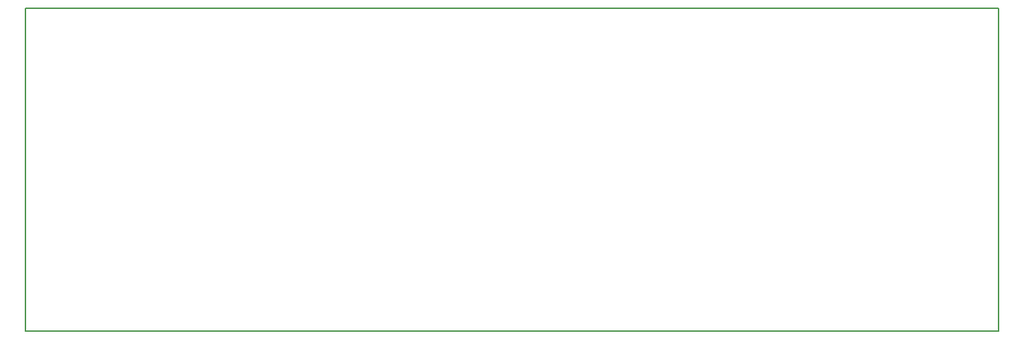
<source format=gm1>
G04 MADE WITH FRITZING*
G04 WWW.FRITZING.ORG*
G04 DOUBLE SIDED*
G04 HOLES PLATED*
G04 CONTOUR ON CENTER OF CONTOUR VECTOR*
%ASAXBY*%
%FSLAX23Y23*%
%MOIN*%
%OFA0B0*%
%SFA1.0B1.0*%
%ADD10R,4.725910X1.573310*%
%ADD11C,0.008000*%
%ADD10C,0.008*%
%LNCONTOUR*%
G90*
G70*
G54D10*
G54D11*
X4Y1569D02*
X4722Y1569D01*
X4722Y4D01*
X4Y4D01*
X4Y1569D01*
D02*
G04 End of contour*
M02*
</source>
